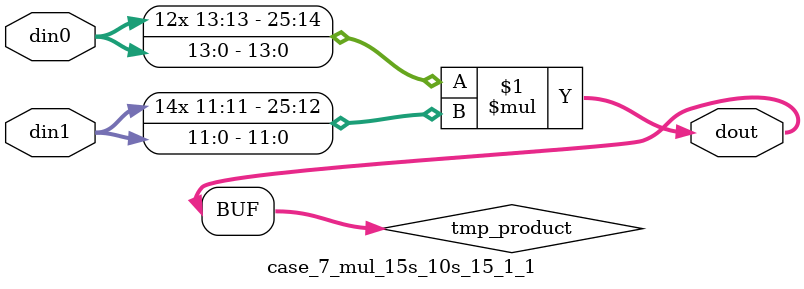
<source format=v>

`timescale 1 ns / 1 ps

 module case_7_mul_15s_10s_15_1_1(din0, din1, dout);
parameter ID = 1;
parameter NUM_STAGE = 0;
parameter din0_WIDTH = 14;
parameter din1_WIDTH = 12;
parameter dout_WIDTH = 26;

input [din0_WIDTH - 1 : 0] din0; 
input [din1_WIDTH - 1 : 0] din1; 
output [dout_WIDTH - 1 : 0] dout;

wire signed [dout_WIDTH - 1 : 0] tmp_product;



























assign tmp_product = $signed(din0) * $signed(din1);








assign dout = tmp_product;





















endmodule

</source>
